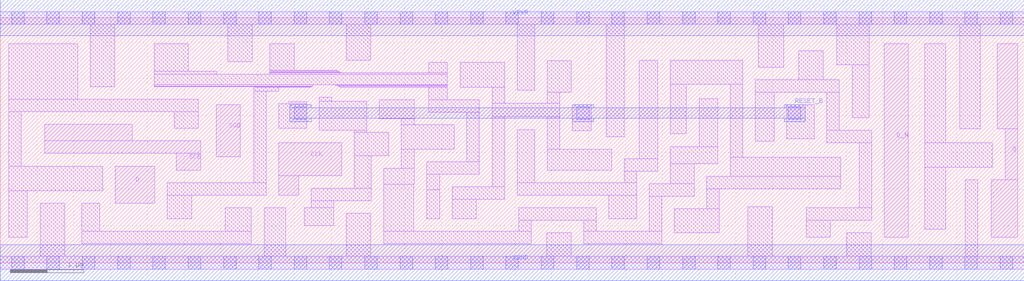
<source format=lef>
# Copyright 2020 The SkyWater PDK Authors
#
# Licensed under the Apache License, Version 2.0 (the "License");
# you may not use this file except in compliance with the License.
# You may obtain a copy of the License at
#
#     https://www.apache.org/licenses/LICENSE-2.0
#
# Unless required by applicable law or agreed to in writing, software
# distributed under the License is distributed on an "AS IS" BASIS,
# WITHOUT WARRANTIES OR CONDITIONS OF ANY KIND, either express or implied.
# See the License for the specific language governing permissions and
# limitations under the License.
#
# SPDX-License-Identifier: Apache-2.0

VERSION 5.7 ;
  NAMESCASESENSITIVE ON ;
  NOWIREEXTENSIONATPIN ON ;
  DIVIDERCHAR "/" ;
  BUSBITCHARS "[]" ;
UNITS
  DATABASE MICRONS 200 ;
END UNITS
MACRO sky130_fd_sc_ls__sdfrbp_1
  CLASS CORE ;
  SOURCE USER ;
  FOREIGN sky130_fd_sc_ls__sdfrbp_1 ;
  ORIGIN  0.000000  0.000000 ;
  SIZE  13.92000 BY  3.330000 ;
  SYMMETRY X Y R90 ;
  SITE unit ;
  PIN D
    ANTENNAGATEAREA  0.159000 ;
    DIRECTION INPUT ;
    USE SIGNAL ;
    PORT
      LAYER li1 ;
        RECT 1.565000 0.810000 2.100000 1.310000 ;
    END
  END D
  PIN Q
    ANTENNADIFFAREA  0.518900 ;
    DIRECTION OUTPUT ;
    USE SIGNAL ;
    PORT
      LAYER li1 ;
        RECT 13.470000 0.350000 13.835000 1.130000 ;
        RECT 13.555000 1.820000 13.835000 2.980000 ;
        RECT 13.665000 1.130000 13.835000 1.820000 ;
    END
  END Q
  PIN Q_N
    ANTENNADIFFAREA  0.537600 ;
    DIRECTION OUTPUT ;
    USE SIGNAL ;
    PORT
      LAYER li1 ;
        RECT 12.015000 0.350000 12.345000 2.980000 ;
    END
  END Q_N
  PIN RESET_B
    ANTENNAGATEAREA  0.411000 ;
    DIRECTION INPUT ;
    USE SIGNAL ;
    PORT
      LAYER met1 ;
        RECT  3.935000 1.920000  4.225000 1.965000 ;
        RECT  3.935000 1.965000 10.945000 2.105000 ;
        RECT  3.935000 2.105000  4.225000 2.150000 ;
        RECT  7.775000 1.920000  8.065000 1.965000 ;
        RECT  7.775000 2.105000  8.065000 2.150000 ;
        RECT 10.655000 1.920000 10.945000 1.965000 ;
        RECT 10.655000 2.105000 10.945000 2.150000 ;
    END
  END RESET_B
  PIN SCD
    ANTENNAGATEAREA  0.159000 ;
    DIRECTION INPUT ;
    USE SIGNAL ;
    PORT
      LAYER li1 ;
        RECT 2.935000 1.440000 3.265000 2.150000 ;
    END
  END SCD
  PIN SCE
    ANTENNAGATEAREA  0.318000 ;
    DIRECTION INPUT ;
    USE SIGNAL ;
    PORT
      LAYER li1 ;
        RECT 0.605000 1.490000 2.725000 1.660000 ;
        RECT 0.605000 1.660000 1.795000 1.880000 ;
        RECT 2.395000 1.260000 2.725000 1.490000 ;
    END
  END SCE
  PIN CLK
    ANTENNAGATEAREA  0.261000 ;
    DIRECTION INPUT ;
    USE CLOCK ;
    PORT
      LAYER li1 ;
        RECT 3.785000 0.920000 4.060000 1.180000 ;
        RECT 3.785000 1.180000 4.645000 1.630000 ;
    END
  END CLK
  PIN VGND
    DIRECTION INOUT ;
    SHAPE ABUTMENT ;
    USE GROUND ;
    PORT
      LAYER met1 ;
        RECT 0.000000 -0.245000 13.920000 0.245000 ;
    END
  END VGND
  PIN VPWR
    DIRECTION INOUT ;
    SHAPE ABUTMENT ;
    USE POWER ;
    PORT
      LAYER met1 ;
        RECT 0.000000 3.085000 13.920000 3.575000 ;
    END
  END VPWR
  OBS
    LAYER li1 ;
      RECT  0.000000 -0.085000 13.920000 0.085000 ;
      RECT  0.000000  3.245000 13.920000 3.415000 ;
      RECT  0.115000  0.350000  0.365000 0.980000 ;
      RECT  0.115000  0.980000  1.395000 1.310000 ;
      RECT  0.115000  1.310000  0.285000 2.050000 ;
      RECT  0.115000  2.050000  2.695000 2.220000 ;
      RECT  0.115000  2.220000  1.055000 2.975000 ;
      RECT  0.545000  0.085000  0.875000 0.810000 ;
      RECT  1.105000  0.255000  3.410000 0.425000 ;
      RECT  1.105000  0.425000  1.355000 0.810000 ;
      RECT  1.225000  2.390000  1.555000 3.245000 ;
      RECT  2.095000  2.390000  4.230000 2.400000 ;
      RECT  2.095000  2.400000  4.250000 2.420000 ;
      RECT  2.095000  2.420000  6.075000 2.560000 ;
      RECT  2.095000  2.560000  2.945000 2.600000 ;
      RECT  2.095000  2.600000  2.555000 2.980000 ;
      RECT  2.270000  0.595000  2.600000 0.920000 ;
      RECT  2.270000  0.920000  3.615000 1.090000 ;
      RECT  2.365000  1.830000  2.695000 2.050000 ;
      RECT  3.060000  0.425000  3.410000 0.750000 ;
      RECT  3.095000  2.730000  3.425000 3.245000 ;
      RECT  3.445000  1.090000  3.615000 2.330000 ;
      RECT  3.445000  2.330000  3.785000 2.385000 ;
      RECT  3.445000  2.385000  4.230000 2.390000 ;
      RECT  3.590000  0.085000  3.880000 0.750000 ;
      RECT  3.665000  2.560000  6.075000 2.580000 ;
      RECT  3.665000  2.580000  4.645000 2.585000 ;
      RECT  3.665000  2.585000  4.630000 2.590000 ;
      RECT  3.665000  2.590000  4.610000 2.600000 ;
      RECT  3.665000  2.600000  4.580000 2.620000 ;
      RECT  3.665000  2.620000  3.995000 2.980000 ;
      RECT  3.785000  1.830000  4.165000 2.160000 ;
      RECT  3.920000  2.160000  4.165000 2.190000 ;
      RECT  4.135000  0.500000  4.535000 0.750000 ;
      RECT  4.230000  0.750000  4.535000 0.840000 ;
      RECT  4.230000  0.840000  5.045000 1.010000 ;
      RECT  4.335000  1.800000  4.985000 2.195000 ;
      RECT  4.335000  2.195000  4.505000 2.250000 ;
      RECT  4.555000  2.415000  6.075000 2.420000 ;
      RECT  4.570000  2.410000  6.075000 2.415000 ;
      RECT  4.590000  2.400000  6.075000 2.410000 ;
      RECT  4.615000  2.385000  6.075000 2.400000 ;
      RECT  4.705000  0.085000  5.035000 0.670000 ;
      RECT  4.705000  2.750000  5.035000 3.245000 ;
      RECT  4.815000  1.010000  5.045000 1.455000 ;
      RECT  4.815000  1.455000  5.280000 1.775000 ;
      RECT  4.815000  1.775000  4.985000 1.800000 ;
      RECT  5.155000  1.955000  5.630000 2.215000 ;
      RECT  5.215000  0.255000  7.220000 0.425000 ;
      RECT  5.215000  0.425000  5.620000 1.070000 ;
      RECT  5.215000  1.070000  5.630000 1.285000 ;
      RECT  5.450000  1.285000  5.630000 1.545000 ;
      RECT  5.450000  1.545000  6.175000 1.875000 ;
      RECT  5.450000  1.875000  5.630000 1.955000 ;
      RECT  5.795000  0.595000  5.975000 0.995000 ;
      RECT  5.800000  0.995000  5.975000 1.200000 ;
      RECT  5.800000  1.200000  6.515000 1.370000 ;
      RECT  5.825000  2.045000  6.515000 2.215000 ;
      RECT  5.825000  2.215000  6.075000 2.385000 ;
      RECT  5.825000  2.580000  6.075000 2.725000 ;
      RECT  6.145000  0.595000  6.470000 0.860000 ;
      RECT  6.145000  0.860000  6.855000 1.030000 ;
      RECT  6.250000  2.385000  6.855000 2.725000 ;
      RECT  6.345000  1.370000  6.515000 2.045000 ;
      RECT  6.685000  1.030000  6.855000 1.985000 ;
      RECT  6.685000  1.985000  7.605000 2.165000 ;
      RECT  6.685000  2.165000  6.855000 2.385000 ;
      RECT  7.025000  0.920000  8.655000 1.090000 ;
      RECT  7.025000  1.090000  7.265000 1.805000 ;
      RECT  7.025000  2.345000  7.265000 3.245000 ;
      RECT  7.050000  0.425000  7.220000 0.580000 ;
      RECT  7.050000  0.580000  8.100000 0.750000 ;
      RECT  7.430000  0.085000  7.760000 0.410000 ;
      RECT  7.435000  1.260000  8.315000 1.545000 ;
      RECT  7.435000  1.545000  7.605000 1.985000 ;
      RECT  7.435000  2.165000  7.605000 2.320000 ;
      RECT  7.435000  2.320000  7.765000 2.745000 ;
      RECT  7.775000  1.795000  8.035000 2.150000 ;
      RECT  7.930000  0.255000  8.995000 0.425000 ;
      RECT  7.930000  0.425000  8.100000 0.580000 ;
      RECT  8.235000  1.715000  8.485000 3.245000 ;
      RECT  8.270000  0.595000  8.655000 0.920000 ;
      RECT  8.485000  1.090000  8.655000 1.245000 ;
      RECT  8.485000  1.245000  8.935000 1.415000 ;
      RECT  8.685000  1.415000  8.935000 2.755000 ;
      RECT  8.825000  0.425000  8.995000 0.905000 ;
      RECT  8.825000  0.905000  9.435000 1.075000 ;
      RECT  9.105000  1.075000  9.435000 1.345000 ;
      RECT  9.105000  1.345000  9.755000 1.575000 ;
      RECT  9.105000  1.755000  9.325000 2.425000 ;
      RECT  9.105000  2.425000 10.095000 2.755000 ;
      RECT  9.165000  0.405000  9.775000 0.735000 ;
      RECT  9.505000  1.575000  9.755000 2.230000 ;
      RECT  9.605000  0.735000  9.775000 1.005000 ;
      RECT  9.605000  1.005000 11.425000 1.175000 ;
      RECT  9.925000  1.175000 11.425000 1.435000 ;
      RECT  9.925000  1.435000 10.095000 2.425000 ;
      RECT 10.165000  0.085000 10.495000 0.760000 ;
      RECT 10.265000  1.650000 10.525000 2.320000 ;
      RECT 10.265000  2.320000 11.405000 2.490000 ;
      RECT 10.305000  2.660000 10.650000 3.245000 ;
      RECT 10.695000  1.685000 11.065000 2.150000 ;
      RECT 10.855000  2.490000 11.185000 2.885000 ;
      RECT 10.955000  0.350000 11.285000 0.580000 ;
      RECT 10.955000  0.580000 11.845000 0.750000 ;
      RECT 11.235000  1.630000 11.845000 1.800000 ;
      RECT 11.235000  1.800000 11.405000 2.320000 ;
      RECT 11.370000  2.695000 11.815000 3.245000 ;
      RECT 11.510000  0.085000 11.840000 0.410000 ;
      RECT 11.585000  1.970000 11.815000 2.695000 ;
      RECT 11.675000  0.750000 11.845000 1.630000 ;
      RECT 12.570000  0.455000 12.855000 1.300000 ;
      RECT 12.570000  1.300000 13.485000 1.630000 ;
      RECT 12.570000  1.630000 12.855000 2.980000 ;
      RECT 13.045000  1.820000 13.325000 3.245000 ;
      RECT 13.120000  0.085000 13.290000 1.130000 ;
    LAYER mcon ;
      RECT  0.155000 -0.085000  0.325000 0.085000 ;
      RECT  0.155000  3.245000  0.325000 3.415000 ;
      RECT  0.635000 -0.085000  0.805000 0.085000 ;
      RECT  0.635000  3.245000  0.805000 3.415000 ;
      RECT  1.115000 -0.085000  1.285000 0.085000 ;
      RECT  1.115000  3.245000  1.285000 3.415000 ;
      RECT  1.595000 -0.085000  1.765000 0.085000 ;
      RECT  1.595000  3.245000  1.765000 3.415000 ;
      RECT  2.075000 -0.085000  2.245000 0.085000 ;
      RECT  2.075000  3.245000  2.245000 3.415000 ;
      RECT  2.555000 -0.085000  2.725000 0.085000 ;
      RECT  2.555000  3.245000  2.725000 3.415000 ;
      RECT  3.035000 -0.085000  3.205000 0.085000 ;
      RECT  3.035000  3.245000  3.205000 3.415000 ;
      RECT  3.515000 -0.085000  3.685000 0.085000 ;
      RECT  3.515000  3.245000  3.685000 3.415000 ;
      RECT  3.995000 -0.085000  4.165000 0.085000 ;
      RECT  3.995000  1.950000  4.165000 2.120000 ;
      RECT  3.995000  3.245000  4.165000 3.415000 ;
      RECT  4.475000 -0.085000  4.645000 0.085000 ;
      RECT  4.475000  3.245000  4.645000 3.415000 ;
      RECT  4.955000 -0.085000  5.125000 0.085000 ;
      RECT  4.955000  3.245000  5.125000 3.415000 ;
      RECT  5.435000 -0.085000  5.605000 0.085000 ;
      RECT  5.435000  3.245000  5.605000 3.415000 ;
      RECT  5.915000 -0.085000  6.085000 0.085000 ;
      RECT  5.915000  3.245000  6.085000 3.415000 ;
      RECT  6.395000 -0.085000  6.565000 0.085000 ;
      RECT  6.395000  3.245000  6.565000 3.415000 ;
      RECT  6.875000 -0.085000  7.045000 0.085000 ;
      RECT  6.875000  3.245000  7.045000 3.415000 ;
      RECT  7.355000 -0.085000  7.525000 0.085000 ;
      RECT  7.355000  3.245000  7.525000 3.415000 ;
      RECT  7.835000 -0.085000  8.005000 0.085000 ;
      RECT  7.835000  1.950000  8.005000 2.120000 ;
      RECT  7.835000  3.245000  8.005000 3.415000 ;
      RECT  8.315000 -0.085000  8.485000 0.085000 ;
      RECT  8.315000  3.245000  8.485000 3.415000 ;
      RECT  8.795000 -0.085000  8.965000 0.085000 ;
      RECT  8.795000  3.245000  8.965000 3.415000 ;
      RECT  9.275000 -0.085000  9.445000 0.085000 ;
      RECT  9.275000  3.245000  9.445000 3.415000 ;
      RECT  9.755000 -0.085000  9.925000 0.085000 ;
      RECT  9.755000  3.245000  9.925000 3.415000 ;
      RECT 10.235000 -0.085000 10.405000 0.085000 ;
      RECT 10.235000  3.245000 10.405000 3.415000 ;
      RECT 10.715000 -0.085000 10.885000 0.085000 ;
      RECT 10.715000  1.950000 10.885000 2.120000 ;
      RECT 10.715000  3.245000 10.885000 3.415000 ;
      RECT 11.195000 -0.085000 11.365000 0.085000 ;
      RECT 11.195000  3.245000 11.365000 3.415000 ;
      RECT 11.675000 -0.085000 11.845000 0.085000 ;
      RECT 11.675000  3.245000 11.845000 3.415000 ;
      RECT 12.155000 -0.085000 12.325000 0.085000 ;
      RECT 12.155000  3.245000 12.325000 3.415000 ;
      RECT 12.635000 -0.085000 12.805000 0.085000 ;
      RECT 12.635000  3.245000 12.805000 3.415000 ;
      RECT 13.115000 -0.085000 13.285000 0.085000 ;
      RECT 13.115000  3.245000 13.285000 3.415000 ;
      RECT 13.595000 -0.085000 13.765000 0.085000 ;
      RECT 13.595000  3.245000 13.765000 3.415000 ;
  END
END sky130_fd_sc_ls__sdfrbp_1

</source>
